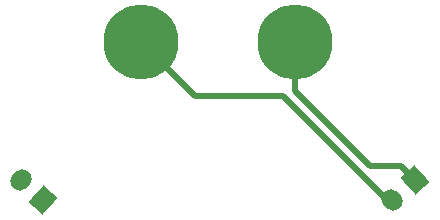
<source format=gbr>
%TF.GenerationSoftware,KiCad,Pcbnew,7.0.9-7.0.9~ubuntu22.04.1*%
%TF.CreationDate,2023-12-28T22:57:32-08:00*%
%TF.ProjectId,kraken-can-adapter,6b72616b-656e-42d6-9361-6e2d61646170,1*%
%TF.SameCoordinates,Original*%
%TF.FileFunction,Copper,L2,Bot*%
%TF.FilePolarity,Positive*%
%FSLAX46Y46*%
G04 Gerber Fmt 4.6, Leading zero omitted, Abs format (unit mm)*
G04 Created by KiCad (PCBNEW 7.0.9-7.0.9~ubuntu22.04.1) date 2023-12-28 22:57:32*
%MOMM*%
%LPD*%
G01*
G04 APERTURE LIST*
G04 Aperture macros list*
%AMHorizOval*
0 Thick line with rounded ends*
0 $1 width*
0 $2 $3 position (X,Y) of the first rounded end (center of the circle)*
0 $4 $5 position (X,Y) of the second rounded end (center of the circle)*
0 Add line between two ends*
20,1,$1,$2,$3,$4,$5,0*
0 Add two circle primitives to create the rounded ends*
1,1,$1,$2,$3*
1,1,$1,$4,$5*%
%AMRotRect*
0 Rectangle, with rotation*
0 The origin of the aperture is its center*
0 $1 length*
0 $2 width*
0 $3 Rotation angle, in degrees counterclockwise*
0 Add horizontal line*
21,1,$1,$2,0,0,$3*%
G04 Aperture macros list end*
%TA.AperFunction,ComponentPad*%
%ADD10C,6.350000*%
%TD*%
%TA.AperFunction,ComponentPad*%
%ADD11RotRect,1.600200X1.905000X222.500000*%
%TD*%
%TA.AperFunction,ComponentPad*%
%ADD12HorizOval,1.600200X-0.102960X0.112361X0.102960X-0.112361X0*%
%TD*%
%TA.AperFunction,ComponentPad*%
%ADD13RotRect,1.600200X1.905000X137.500000*%
%TD*%
%TA.AperFunction,ComponentPad*%
%ADD14HorizOval,1.600200X0.102960X0.112361X-0.102960X-0.112361X0*%
%TD*%
%TA.AperFunction,Conductor*%
%ADD15C,0.508000*%
%TD*%
G04 APERTURE END LIST*
D10*
%TO.P,J4,1,Pin_1*%
%TO.N,/CAN_H*%
X99745307Y-110386204D03*
%TD*%
%TO.P,J3,1,Pin_1*%
%TO.N,/CAN_L*%
X112750107Y-110386204D03*
%TD*%
D11*
%TO.P,J1,1,Pin_1*%
%TO.N,/CAN_L*%
X122903191Y-122030605D03*
D12*
%TO.P,J1,2,Pin_2*%
%TO.N,/CAN_H*%
X121030507Y-123746604D03*
%TD*%
D13*
%TO.P,J2,1,Pin_1*%
%TO.N,/CAN_L*%
X91464907Y-123746604D03*
D14*
%TO.P,J2,2,Pin_2*%
%TO.N,/CAN_H*%
X89592223Y-122030605D03*
%TD*%
D15*
%TO.N,/CAN_L*%
X122903191Y-122030605D02*
X121774390Y-120901804D01*
X112750107Y-114526404D02*
X112750107Y-110386204D01*
X119125507Y-120901804D02*
X112750107Y-114526404D01*
X121774390Y-120901804D02*
X119125507Y-120901804D01*
%TO.N,/CAN_H*%
X120533467Y-123746604D02*
X111721863Y-114935000D01*
X111721863Y-114935000D02*
X104294103Y-114935000D01*
X104294103Y-114935000D02*
X99745307Y-110386204D01*
X121030507Y-123746604D02*
X120533467Y-123746604D01*
%TD*%
M02*

</source>
